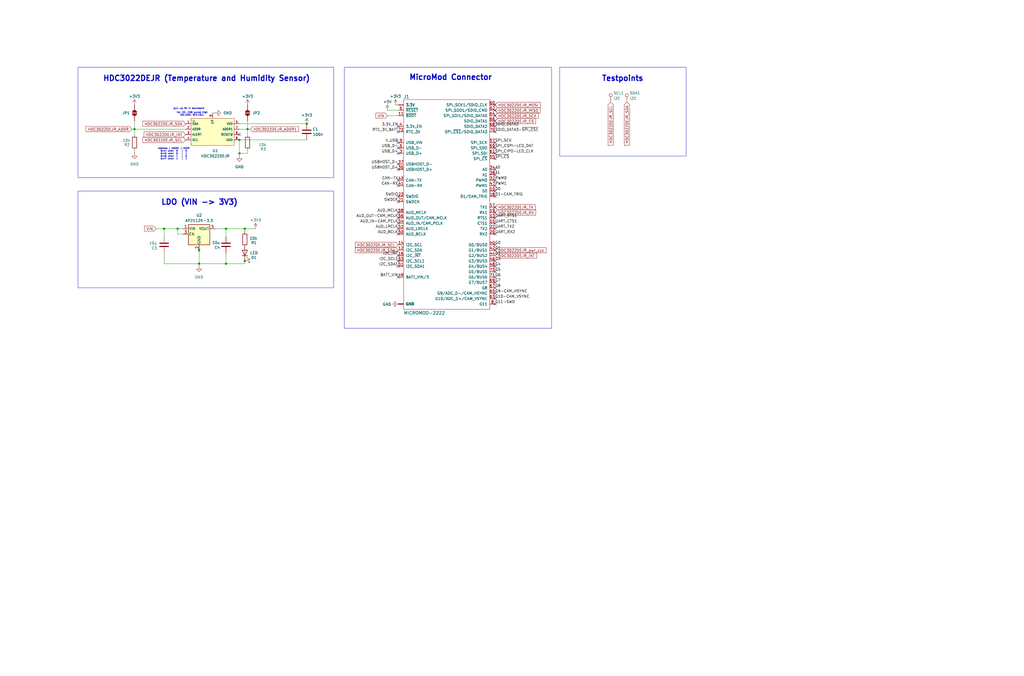
<source format=kicad_sch>
(kicad_sch (version 20250114) (generator "eeschema") (generator_version "9.0")
  (paper "User" 483.387 319.227)
  (lib_symbols
    (symbol "Connector:TestPoint" (pin_numbers (hide yes)) (pin_names (offset 0.762) (hide yes))
      (property "Reference" "TP" (at 0 6.858 0))
      (property "Value" "TestPoint" (at 0 5.08 0))
      (symbol "TestPoint_0_1"
        (circle (center 0 3.302) (radius 0.762))
      )
      (symbol "TestPoint_1_1"
        (pin passive line (at 0 0 90) (length 2.54) (name "1") (number "1"))
      )
    )
    (symbol "Device:C" (pin_numbers (hide yes)) (pin_names (offset 0.254))
      (property "Reference" "C" (at 0.635 2.54 0))
      (property "Value" "C" (at 0.635 -2.54 0))
      (symbol "C_0_1"
        (polyline (pts (xy -2.032 0.762) (xy 2.032 0.762)) (stroke (width 0.508)))
        (polyline (pts (xy -2.032 -0.762) (xy 2.032 -0.762)) (stroke (width 0.508)))
      )
      (symbol "C_1_1"
        (pin passive line (at 0 3.81 270) (length 2.794) (name "~") (number "1"))
        (pin passive line (at 0 -3.81 90) (length 2.794) (name "~") (number "2"))
      )
    )
    (symbol "Device:LED" (pin_numbers (hide yes)) (pin_names (offset 1.016) (hide yes))
      (property "Reference" "D" (at 0 2.54 0))
      (property "Value" "LED" (at 0 -2.54 0))
      (symbol "LED_0_1"
        (polyline (pts (xy -3.048 -0.762) (xy -4.572 -2.286) (xy -3.81 -2.286) (xy -4.572 -2.286) (xy -4.572 -1.524)))
        (polyline (pts (xy -1.778 -0.762) (xy -3.302 -2.286) (xy -2.54 -2.286) (xy -3.302 -2.286) (xy -3.302 -1.524)))
        (polyline (pts (xy -1.27 0) (xy 1.27 0)))
        (polyline (pts (xy -1.27 -1.27) (xy -1.27 1.27)) (stroke (width 0.254)))
        (polyline (pts (xy 1.27 -1.27) (xy 1.27 1.27) (xy -1.27 0) (xy 1.27 -1.27)) (stroke (width 0.254)))
      )
      (symbol "LED_1_1"
        (pin passive line (at -3.81 0 0) (length 2.54) (name "K") (number "1"))
        (pin passive line (at 3.81 0 180) (length 2.54) (name "A") (number "2"))
      )
    )
    (symbol "Device:R" (pin_numbers (hide yes)) (pin_names (offset 0))
      (property "Reference" "R" (at 2.032 0 90))
      (property "Value" "R" (at 0 0 90))
      (symbol "R_0_1"
        (rectangle (start -1.016 -2.54) (end 1.016 2.54) (stroke (width 0.254)))
      )
      (symbol "R_1_1"
        (pin passive line (at 0 3.81 270) (length 1.27) (name "~") (number "1"))
        (pin passive line (at 0 -3.81 90) (length 1.27) (name "~") (number "2"))
      )
    )
    (symbol "HDC3022DEJR:HDC3022DEJR"
      (property "Reference" "U1" (at 1.27 -8.89 0))
      (property "Value" "HDC3022DEJR" (at 1.27 -11.43 0))
      (symbol "HDC3022DEJR_0_1"
        (rectangle (start -10.16 6.35) (end 10.16 -6.35) (fill (type background)))
        (circle (center -8.89 5.08) (radius 0.381) (fill (type background)))
        (pin unspecified line (at -12.7 3.81 0) (length 2.54) (name "SDA") (number "1"))
        (pin unspecified line (at -12.7 1.27 0) (length 2.54) (name "ADDR") (number "2"))
        (pin unspecified line (at -12.7 -1.27 0) (length 2.54) (name "ALERT") (number "3"))
        (pin unspecified line (at -12.7 -3.81 0) (length 2.54) (name "SCL") (number "4"))
        (pin unspecified line (at 0 8.89 270) (length 2.54) (name "EP") (number "9"))
        (pin unspecified line (at 12.7 3.81 180) (length 2.54) (name "VDD") (number "5"))
        (pin unspecified line (at 12.7 1.27 180) (length 2.54) (name "ADDR1") (number "7"))
        (pin unspecified line (at 12.7 -1.27 180) (length 2.54) (name "RESET#") (number "6"))
        (pin unspecified line (at 12.7 -3.81 180) (length 2.54) (name "GND") (number "8"))
      )
    )
    (symbol "Jumper:SolderJumper_2_Open" (pin_numbers (hide yes)) (pin_names (offset 0) (hide yes)) (exclude_from_sim yes) (in_bom no)
      (property "Reference" "JP" (at 0 2.032 0))
      (property "Value" "SolderJumper_2_Open" (at 0 -2.54 0))
      (symbol "SolderJumper_2_Open_0_1"
        (polyline (pts (xy -0.254 1.016) (xy -0.254 -1.016)))
        (arc (start -0.254 -1.016) (mid -1.2656 0) (end -0.254 1.016))
        (arc (start -0.254 -1.016) (mid -1.2656 0) (end -0.254 1.016) (fill (type outline)))
        (arc (start 0.254 1.016) (mid 1.2656 0) (end 0.254 -1.016))
        (arc (start 0.254 1.016) (mid 1.2656 0) (end 0.254 -1.016) (fill (type outline)))
        (polyline (pts (xy 0.254 1.016) (xy 0.254 -1.016)))
      )
      (symbol "SolderJumper_2_Open_1_1"
        (pin passive line (at -3.81 0 0) (length 2.54) (name "A") (number "1"))
        (pin passive line (at 3.81 0 180) (length 2.54) (name "B") (number "2"))
      )
    )
    (symbol "MicroMod_Processor_Board_(2):MICROMOD-2222" (pin_names (offset 1.016))
      (property "Reference" "J" (at -20.32 53.848 0))
      (property "Value" "MICROMOD-2222" (at -20.32 -48.26 0))
      (symbol "MICROMOD-2222_1_0"
        (polyline (pts (xy -20.32 53.34) (xy 20.32 53.34)))
        (polyline (pts (xy -20.32 -45.72) (xy -20.32 53.34)))
        (polyline (pts (xy 20.32 53.34) (xy 20.32 -45.72)))
        (polyline (pts (xy 20.32 -45.72) (xy -20.32 -45.72)))
        (pin bidirectional line (at -22.86 50.8 0) (length 2.54) (name "3.3V") (number "2"))
        (pin bidirectional line (at -22.86 50.8 0) (length 2.54) (name "3.3V") (number "74"))
        (pin bidirectional line (at -22.86 48.26 0) (length 2.54) (name "~{RESET}") (number "6"))
        (pin bidirectional line (at -22.86 45.72 0) (length 2.54) (name "~{BOOT}") (number "11"))
        (pin bidirectional line (at -22.86 40.64 0) (length 2.54) (name "3.3V_EN") (number "4"))
        (pin bidirectional line (at -22.86 38.1 0) (length 2.54) (name "RTC_3V") (number "72"))
        (pin bidirectional line (at -22.86 33.02 0) (length 2.54) (name "USB_VIN") (number "9"))
        (pin bidirectional line (at -22.86 30.48 0) (length 2.54) (name "USB_D-") (number "5"))
        (pin bidirectional line (at -22.86 27.94 0) (length 2.54) (name "USB_D+") (number "3"))
        (pin bidirectional line (at -22.86 22.86 0) (length 2.54) (name "USBHOST_D-") (number "37"))
        (pin bidirectional line (at -22.86 20.32 0) (length 2.54) (name "USBHOST_D+") (number "35"))
        (pin bidirectional line (at -22.86 15.24 0) (length 2.54) (name "CAN-TX") (number "43"))
        (pin bidirectional line (at -22.86 12.7 0) (length 2.54) (name "CAN-RX") (number "41"))
        (pin bidirectional line (at -22.86 7.62 0) (length 2.54) (name "SWDIO") (number "23"))
        (pin bidirectional line (at -22.86 5.08 0) (length 2.54) (name "SWDCK") (number "21"))
        (pin bidirectional line (at -22.86 0 0) (length 2.54) (name "AUD_MCLK") (number "58"))
        (pin bidirectional line (at -22.86 -2.54 0) (length 2.54) (name "AUD_OUT/CAM_MCLK") (number "56"))
        (pin bidirectional line (at -22.86 -5.08 0) (length 2.54) (name "AUD_IN/CAM_PCLK") (number "54"))
        (pin bidirectional line (at -22.86 -7.62 0) (length 2.54) (name "AUD_LRCLK") (number "52"))
        (pin bidirectional line (at -22.86 -10.16 0) (length 2.54) (name "AUD_BCLK") (number "50"))
        (pin bidirectional line (at -22.86 -15.24 0) (length 2.54) (name "I2C_SCL") (number "14"))
        (pin bidirectional line (at -22.86 -17.78 0) (length 2.54) (name "I2C_SDA") (number "12"))
        (pin bidirectional line (at -22.86 -20.32 0) (length 2.54) (name "I2C_~{INT}") (number "16"))
        (pin bidirectional line (at -22.86 -22.86 0) (length 2.54) (name "I2C_SCL1") (number "53"))
        (pin bidirectional line (at -22.86 -25.4 0) (length 2.54) (name "I2C_SDA1") (number "51"))
        (pin bidirectional line (at -22.86 -30.48 0) (length 2.54) (name "BATT_VIN/3") (number "49"))
        (pin bidirectional line (at -22.86 -43.18 0) (length 2.54) (name "GND") (number "1"))
        (pin bidirectional line (at -22.86 -43.18 0) (length 2.54) (name "GND") (number "33"))
        (pin bidirectional line (at -22.86 -43.18 0) (length 2.54) (name "GND") (number "36"))
        (pin bidirectional line (at -22.86 -43.18 0) (length 2.54) (name "GND") (number "39"))
        (pin bidirectional line (at -22.86 -43.18 0) (length 2.54) (name "GND") (number "45"))
        (pin bidirectional line (at -22.86 -43.18 0) (length 2.54) (name "GND") (number "7"))
        (pin bidirectional line (at -22.86 -43.18 0) (length 2.54) (name "GND") (number "75"))
        (pin bidirectional line (at -22.86 -43.18 0) (length 2.54) (name "GND") (number "GND1"))
        (pin bidirectional line (at -22.86 -43.18 0) (length 2.54) (name "GND") (number "GND2"))
        (pin bidirectional line (at -22.86 -43.18 0) (length 2.54) (name "GND") (number "GND3"))
        (pin bidirectional line (at 22.86 50.8 180) (length 2.54) (name "SPI_SCK1/SDIO_CLK") (number "60"))
        (pin bidirectional line (at 22.86 48.26 180) (length 2.54) (name "SPI_SDO1/SDIO_CMD") (number "62"))
        (pin bidirectional line (at 22.86 45.72 180) (length 2.54) (name "SPI_SDI1/SDIO_DATA0") (number "64"))
        (pin bidirectional line (at 22.86 43.18 180) (length 2.54) (name "SDIO_DATA1") (number "66"))
        (pin bidirectional line (at 22.86 40.64 180) (length 2.54) (name "SDIO_DATA2") (number "68"))
        (pin bidirectional line (at 22.86 38.1 180) (length 2.54) (name "SPI_~{CS1}/SDIO_DATA3") (number "70"))
        (pin bidirectional line (at 22.86 33.02 180) (length 2.54) (name "SPI_SCK") (number "57"))
        (pin bidirectional line (at 22.86 30.48 180) (length 2.54) (name "SPI_SDO") (number "59"))
        (pin bidirectional line (at 22.86 27.94 180) (length 2.54) (name "SPI_SDI") (number "61"))
        (pin bidirectional line (at 22.86 25.4 180) (length 2.54) (name "SPI_~{CS}") (number "55"))
        (pin bidirectional line (at 22.86 20.32 180) (length 2.54) (name "A0") (number "34"))
        (pin bidirectional line (at 22.86 17.78 180) (length 2.54) (name "A1") (number "38"))
        (pin bidirectional line (at 22.86 15.24 180) (length 2.54) (name "PWM0") (number "32"))
        (pin bidirectional line (at 22.86 12.7 180) (length 2.54) (name "PWM1") (number "47"))
        (pin bidirectional line (at 22.86 10.16 180) (length 2.54) (name "D0") (number "10"))
        (pin bidirectional line (at 22.86 7.62 180) (length 2.54) (name "D1/CAM_TRIG") (number "18"))
        (pin bidirectional line (at 22.86 2.54 180) (length 2.54) (name "TX1") (number "17"))
        (pin bidirectional line (at 22.86 0 180) (length 2.54) (name "RX1") (number "19"))
        (pin bidirectional line (at 22.86 -2.54 180) (length 2.54) (name "RTS1") (number "13"))
        (pin bidirectional line (at 22.86 -5.08 180) (length 2.54) (name "CTS1") (number "15"))
        (pin bidirectional line (at 22.86 -7.62 180) (length 2.54) (name "TX2") (number "22"))
        (pin bidirectional line (at 22.86 -10.16 180) (length 2.54) (name "RX2") (number "20"))
        (pin bidirectional line (at 22.86 -15.24 180) (length 2.54) (name "G0/BUS0") (number "40"))
        (pin bidirectional line (at 22.86 -17.78 180) (length 2.54) (name "G1/BUS1") (number "42"))
        (pin bidirectional line (at 22.86 -20.32 180) (length 2.54) (name "G2/BUS2") (number "44"))
        (pin bidirectional line (at 22.86 -22.86 180) (length 2.54) (name "G3/BUS3") (number "46"))
        (pin bidirectional line (at 22.86 -25.4 180) (length 2.54) (name "G4/BUS4") (number "48"))
        (pin bidirectional line (at 22.86 -27.94 180) (length 2.54) (name "G5/BUS5") (number "73"))
        (pin bidirectional line (at 22.86 -30.48 180) (length 2.54) (name "G6/BUS6") (number "71"))
        (pin bidirectional line (at 22.86 -33.02 180) (length 2.54) (name "G7/BUS7") (number "69"))
        (pin bidirectional line (at 22.86 -35.56 180) (length 2.54) (name "G8") (number "67"))
        (pin bidirectional line (at 22.86 -38.1 180) (length 2.54) (name "G9/ADC_D-/CAM_HSYNC") (number "65"))
        (pin bidirectional line (at 22.86 -40.64 180) (length 2.54) (name "G10/ADC_D+/CAM_VSYNC") (number "63"))
        (pin bidirectional line (at 22.86 -43.18 180) (length 2.54) (name "G11") (number "8"))
      )
    )
    (symbol "Regulator_Linear:AP2112K-3.3" (pin_names (offset 0.254))
      (property "Reference" "U" (at -5.08 5.715 0))
      (property "Value" "AP2112K-3.3" (at 0 5.715 0))
      (symbol "AP2112K-3.3_0_1"
        (rectangle (start -5.08 4.445) (end 5.08 -5.08) (stroke (width 0.254)) (fill (type background)))
      )
      (symbol "AP2112K-3.3_1_1"
        (pin power_in line (at -7.62 2.54 0) (length 2.54) (name "VIN") (number "1"))
        (pin input line (at -7.62 0 0) (length 2.54) (name "EN") (number "3"))
        (pin power_in line (at 0 -7.62 90) (length 2.54) (name "GND") (number "2"))
        (pin no_connect line (at 5.08 0 180) (length 2.54) (hide yes) (name "NC") (number "4"))
        (pin power_out line (at 7.62 2.54 180) (length 2.54) (name "VOUT") (number "5"))
      )
    )
    (symbol "power:+3V3" (power) (pin_numbers (hide yes)) (pin_names (offset 0) (hide yes))
      (property "Value" "+3V3" (at 0 3.556 0))
      (symbol "+3V3_0_1"
        (polyline (pts (xy -0.762 1.27) (xy 0 2.54)))
        (polyline (pts (xy 0 2.54) (xy 0.762 1.27)))
        (polyline (pts (xy 0 0) (xy 0 2.54)))
      )
      (symbol "+3V3_1_1"
        (pin power_in line (at 0 0 90) (length 0) (name "~") (number "1"))
      )
    )
    (symbol "power:GND" (power) (pin_numbers (hide yes)) (pin_names (offset 0) (hide yes))
      (property "Value" "GND" (at 0 -3.81 0))
      (symbol "GND_0_1"
        (polyline (pts (xy 0 0) (xy 0 -1.27) (xy 1.27 -1.27) (xy 0 -2.54) (xy -1.27 -1.27) (xy 0 -1.27)))
      )
      (symbol "GND_1_1"
        (pin power_in line (at 0 0 270) (length 0) (name "~") (number "1"))
      )
    )
  )
  (rectangle (start 36.83 31.75) (end 157.48 83.82))
  (rectangle (start 162.56 31.75) (end 260.35 154.94))
  (rectangle (start 264.16 31.75) (end 323.85 73.66))
  (rectangle (start 36.83 90.17) (end 157.48 135.89))
  (text "Address | ADDR1 | ADDR\n0x44 when  0   |  0\n0x45 when  0   |  1\n0x46 when  1   |  0\n0x47 when  1   |  1\n" (at 82.042 72.644 0) (effects (font (size 0.762 0.762))))
  (text "pull-up Rs in backboard" (at 89.154 51.308 0) (effects (font (size 0.762 0.762))))
  (text "For I2C, CSB pulled high\nSDI=SDA, SCK=SCL" (at 90.678 53.848 0) (effects (font (size 0.762 0.762))))
  (text "LDO (VIN -> 3V3)" (at 75.946 97.028 0) (effects (font (size 2.54 2.54) (thickness 0.508) (bold yes)) (justify left bottom)))
  (text "MicroMod Connector" (at 193.04 38.1 0) (effects (font (size 2.54 2.54) (thickness 0.508) (bold yes)) (justify left bottom)))
  (text "HDC3022DEJR (Temperature and Humidity Sensor)" (at 48.514 38.608 0) (effects (font (size 2.54 2.54) (thickness 0.508) (bold yes)) (justify left bottom)))
  (text "Testpoints" (at 283.972 38.608 0) (effects (font (size 2.54 2.54) (thickness 0.508) (bold yes)) (justify left bottom)))
  (junction (at 144.78 58.42))
  (junction (at 63.5 60.96))
  (junction (at 106.68 107.95))
  (junction (at 83.82 107.95))
  (junction (at 113.03 66.04))
  (junction (at 77.47 107.95))
  (junction (at 93.98 124.46))
  (junction (at 115.57 123.19))
  (junction (at 116.84 60.96))
  (junction (at 113.03 72.39))
  (junction (at 93.98 118.11))
  (junction (at 106.68 124.46))
  (junction (at 115.57 107.95))
  (no_connect (at 187.96 102.87))
  (no_connect (at 187.96 80.01))
  (no_connect (at 187.96 125.73))
  (no_connect (at 233.68 135.89))
  (no_connect (at 187.96 77.47))
  (no_connect (at 233.68 138.43))
  (no_connect (at 233.68 102.87))
  (no_connect (at 233.68 59.69))
  (no_connect (at 233.68 110.49))
  (no_connect (at 187.96 100.33))
  (no_connect (at 233.68 72.39))
  (no_connect (at 233.68 97.79))
  (no_connect (at 187.96 62.23))
  (no_connect (at 187.96 120.65))
  (no_connect (at 233.68 123.19))
  (no_connect (at 187.96 59.69))
  (no_connect (at 233.68 107.95))
  (no_connect (at 233.68 69.85))
  (no_connect (at 233.68 128.27))
  (no_connect (at 233.68 140.97))
  (no_connect (at 233.68 143.51))
  (no_connect (at 187.96 95.25))
  (no_connect (at 233.68 74.93))
  (no_connect (at 233.68 118.11))
  (no_connect (at 233.68 100.33))
  (no_connect (at 233.68 85.09))
  (no_connect (at 187.96 87.63))
  (no_connect (at 233.68 105.41))
  (no_connect (at 233.68 54.61))
  (no_connect (at 187.96 105.41))
  (no_connect (at 187.96 67.31))
  (no_connect (at 233.68 80.01))
  (no_connect (at 233.68 115.57))
  (no_connect (at 233.68 67.31))
  (no_connect (at 233.68 82.55))
  (no_connect (at 187.96 69.85))
  (no_connect (at 233.68 130.81))
  (no_connect (at 233.68 57.15))
  (no_connect (at 113.03 63.5))
  (no_connect (at 233.68 125.73))
  (no_connect (at 233.68 62.23))
  (no_connect (at 233.68 92.71))
  (no_connect (at 233.68 90.17))
  (no_connect (at 187.96 72.39))
  (no_connect (at 187.96 130.81))
  (no_connect (at 233.68 49.53))
  (no_connect (at 233.68 87.63))
  (no_connect (at 187.96 92.71))
  (no_connect (at 233.68 133.35))
  (no_connect (at 187.96 107.95))
  (no_connect (at 187.96 85.09))
  (no_connect (at 187.96 110.49))
  (no_connect (at 233.68 52.07))
  (no_connect (at 187.96 123.19))
  (wire (pts (xy 106.68 119.38) (xy 106.68 124.46)))
  (wire (pts (xy 115.57 107.95) (xy 120.65 107.95)))
  (wire (pts (xy 77.47 124.46) (xy 93.98 124.46)))
  (wire (pts (xy 106.68 124.46) (xy 93.98 124.46)))
  (wire (pts (xy 86.36 110.49) (xy 83.82 110.49)))
  (wire (pts (xy 116.84 63.5) (xy 116.84 60.96)))
  (wire (pts (xy 77.47 119.38) (xy 77.47 124.46)))
  (wire (pts (xy 63.5 63.5) (xy 63.5 60.96)))
  (wire (pts (xy 113.03 66.04) (xy 113.03 72.39)))
  (wire (pts (xy 113.03 73.66) (xy 113.03 72.39)))
  (wire (pts (xy 115.57 123.19) (xy 115.57 124.46)))
  (wire (pts (xy 118.11 60.96) (xy 116.84 60.96)))
  (wire (pts (xy 63.5 60.96) (xy 87.63 60.96)))
  (wire (pts (xy 93.98 125.73) (xy 93.98 124.46)))
  (wire (pts (xy 115.57 121.92) (xy 115.57 123.19)))
  (wire (pts (xy 115.57 109.22) (xy 115.57 107.95)))
  (wire (pts (xy 113.03 58.42) (xy 144.78 58.42)))
  (wire (pts (xy 115.57 115.57) (xy 115.57 116.84)))
  (wire (pts (xy 116.84 57.15) (xy 116.84 60.96)))
  (wire (pts (xy 73.66 107.95) (xy 77.47 107.95)))
  (wire (pts (xy 83.82 110.49) (xy 83.82 107.95)))
  (wire (pts (xy 63.5 72.39) (xy 63.5 71.12)))
  (wire (pts (xy 77.47 107.95) (xy 83.82 107.95)))
  (wire (pts (xy 106.68 107.95) (xy 101.6 107.95)))
  (wire (pts (xy 83.82 107.95) (xy 86.36 107.95)))
  (wire (pts (xy 62.23 60.96) (xy 63.5 60.96)))
  (wire (pts (xy 101.6 53.34) (xy 100.33 53.34)))
  (wire (pts (xy 115.57 107.95) (xy 106.68 107.95)))
  (wire (pts (xy 113.03 72.39) (xy 116.84 72.39)))
  (wire (pts (xy 116.84 71.12) (xy 116.84 72.39)))
  (wire (pts (xy 182.88 52.07) (xy 187.96 52.07)))
  (wire (pts (xy 93.98 118.11) (xy 93.98 124.46)))
  (wire (pts (xy 93.98 116.84) (xy 93.98 118.11)))
  (wire (pts (xy 186.69 49.53) (xy 187.96 49.53)))
  (wire (pts (xy 182.88 54.61) (xy 187.96 54.61)))
  (wire (pts (xy 116.84 60.96) (xy 113.03 60.96)))
  (wire (pts (xy 63.5 57.15) (xy 63.5 60.96)))
  (wire (pts (xy 144.78 66.04) (xy 113.03 66.04)))
  (wire (pts (xy 77.47 111.76) (xy 77.47 107.95)))
  (wire (pts (xy 106.68 111.76) (xy 106.68 107.95)))
  (wire (pts (xy 115.57 124.46) (xy 106.68 124.46)))
  (label "SDIO_DATA3-~{SPI_CS1}" (at 233.68 62.23 0))
  (label "G2" (at 233.68 120.65 0))
  (label "I2C_~{INT}" (at 187.96 120.65 180))
  (label "SWDCK" (at 187.96 95.25 180))
  (label "AUD_IN-CAM_PCLK" (at 187.96 105.41 180))
  (label "BATT_VIN" (at 187.96 130.81 180))
  (label "G10-CAM_VSYNC" (at 233.68 140.97 0))
  (label "USB_D-" (at 187.96 69.85 180))
  (label "AUD_MCLK" (at 187.96 100.33 180))
  (label "G1" (at 233.68 118.11 0))
  (label "G4" (at 233.68 125.73 0))
  (label "G9-CAM_HSYNC" (at 233.68 138.43 0))
  (label "AUD_BCLK" (at 187.96 110.49 180))
  (label "I2C_SDA1" (at 187.96 125.73 180))
  (label "CAN-TX" (at 187.96 85.09 180))
  (label "UART_RX2" (at 233.68 110.49 0))
  (label "AUD_LRCLK" (at 187.96 107.95 180))
  (label "G11-SWO" (at 233.68 143.51 0))
  (label "~{SPI_CS}" (at 233.68 74.93 0))
  (label "UART_CTS1" (at 233.68 105.41 0))
  (label "V_USB" (at 187.96 67.31 180))
  (label "SDIO_DATA2" (at 233.68 59.69 0))
  (label "D1-CAM_TRIG" (at 233.68 92.71 0))
  (label "USB_D+" (at 187.96 72.39 180))
  (label "SPI_CIPO-LED_CLK" (at 233.68 72.39 0))
  (label "D0" (at 233.68 90.17 0))
  (label "CAN-RX" (at 187.96 87.63 180))
  (label "3.3V_EN" (at 187.96 59.69 180))
  (label "SWDIO" (at 187.96 92.71 180))
  (label "SPI_SCK" (at 233.68 67.31 0))
  (label "A1" (at 233.68 82.55 0))
  (label "I2C_SCL1" (at 187.96 123.19 180))
  (label "RTC_3V_BATT" (at 187.96 62.23 180))
  (label "PWM0" (at 233.68 85.09 0))
  (label "G8" (at 233.68 135.89 0))
  (label "UART_TX2" (at 233.68 107.95 0))
  (label "SPI_COPI-LED_DAT" (at 233.68 69.85 0))
  (label "G0" (at 233.68 115.57 0))
  (label "G3" (at 233.68 123.19 0))
  (label "G6" (at 233.68 130.81 0))
  (label "USBHOST_D+" (at 187.96 80.01 180))
  (label "UART_RTS1" (at 233.68 102.87 0))
  (label "G5" (at 233.68 128.27 0))
  (label "USBHOST_D-" (at 187.96 77.47 180))
  (label "AUD_OUT-CAM_MCLK" (at 187.96 102.87 180))
  (label "A0" (at 233.68 80.01 0))
  (label "G7" (at 233.68 133.35 0))
  (label "PWM1" (at 233.68 87.63 0))
  (global_label "HDC3022DEJR_SDA" (shape input) (at 295.91 48.26 270) (property "Intersheetrefs" "${INTERSHEET_REFS}" (effects (hide yes))))
  (global_label "HDC3022DEJR_ADDR" (shape input) (at 62.23 60.96 180) (property "Intersheetrefs" "${INTERSHEET_REFS}" (effects (hide yes))))
  (global_label "HDC3022DEJR_INT" (shape input) (at 233.68 120.65 0) (property "Intersheetrefs" "${INTERSHEET_REFS}" (effects (hide yes))))
  (global_label "HDC3022DEJR_SCK" (shape input) (at 233.68 54.61 0) (property "Intersheetrefs" "${INTERSHEET_REFS}" (effects (hide yes))))
  (global_label "HDC3022DEJR_INT" (shape input) (at 87.63 63.5 180) (property "Intersheetrefs" "${INTERSHEET_REFS}" (effects (hide yes))))
  (global_label "VIN" (shape input) (at 73.66 107.95 180) (property "Intersheetrefs" "${INTERSHEET_REFS}" (effects (hide yes))))
  (global_label "HDC3022DEJR_MOSI" (shape input) (at 233.68 49.53 0) (property "Intersheetrefs" "${INTERSHEET_REFS}" (effects (hide yes))))
  (global_label "HDC3022DEJR_SDA" (shape input) (at 187.96 118.11 180) (property "Intersheetrefs" "${INTERSHEET_REFS}" (effects (hide yes))))
  (global_label "HDC3022DEJR_CS" (shape input) (at 233.68 57.15 0) (property "Intersheetrefs" "${INTERSHEET_REFS}" (effects (hide yes))))
  (global_label "HDC3022DEJR_RX" (shape input) (at 233.68 100.33 0) (property "Intersheetrefs" "${INTERSHEET_REFS}" (effects (hide yes))))
  (global_label "HDC3022DEJR_SCL" (shape input) (at 187.96 115.57 180) (property "Intersheetrefs" "${INTERSHEET_REFS}" (effects (hide yes))))
  (global_label "HDC3022DEJR_MISO" (shape input) (at 233.68 52.07 0) (property "Intersheetrefs" "${INTERSHEET_REFS}" (effects (hide yes))))
  (global_label "HDC3022DEJR_SCL" (shape input) (at 87.63 66.04 180) (property "Intersheetrefs" "${INTERSHEET_REFS}" (effects (hide yes))))
  (global_label "HDC3022DEJR_SDA" (shape input) (at 87.63 58.42 180) (property "Intersheetrefs" "${INTERSHEET_REFS}" (effects (hide yes))))
  (global_label "HDC3022DEJR_SCL" (shape input) (at 288.29 48.26 270) (property "Intersheetrefs" "${INTERSHEET_REFS}" (effects (hide yes))))
  (global_label "HDC3022DEJR_TX" (shape input) (at 233.68 97.79 0) (property "Intersheetrefs" "${INTERSHEET_REFS}" (effects (hide yes))))
  (global_label "HDC3022DEJR_ADDR1" (shape input) (at 118.11 60.96 0) (property "Intersheetrefs" "${INTERSHEET_REFS}" (effects (hide yes))))
  (global_label "VIN" (shape input) (at 182.88 54.61 180) (property "Intersheetrefs" "${INTERSHEET_REFS}" (effects (hide yes))))
  (global_label "HDC3022DEJR_pwr_cyc" (shape input) (at 233.68 118.11 0) (property "Intersheetrefs" "${INTERSHEET_REFS}" (effects (hide yes))))
  (symbol (lib_id "MicroMod_Processor_Board_(2):MICROMOD-2222") (at 210.82 100.33 0) (unit 1)
    (property "Reference" "J1" (at 190.5 46.482 0) (effects (font (size 1.4986 1.4986)) (justify left bottom)))
    (property "Value" "MICROMOD-2222" (at 190.5 148.59 0) (effects (font (size 1.4986 1.4986)) (justify left bottom)))
    (property "Footprint" "SparkFun_MicroMod_ESP32:M.2-CARD-E-22" (effects (hide yes)))
  )
  (symbol (lib_id "power:GND") (at 187.96 143.51 270) (unit 1)
    (property "Reference" "#PWR0101" (effects (hide yes)))
    (property "Value" "GND" (at 184.7088 143.637 90) (effects (justify right)))
  )
  (symbol (lib_id "Device:C") (at 106.68 115.57 0) (unit 1)
    (property "Reference" "C4" (at 103.886 116.84 0) (effects (justify right)))
    (property "Value" "10u" (at 103.886 114.554 0) (effects (justify right)))
    (property "Footprint" "Capacitor_SMD:C_1206_3216Metric" (effects (hide yes)))
    (property "Description" "Unpolarized capacitor" (effects (hide yes)))
  )
  (symbol (lib_id "Device:R") (at 115.57 113.03 0) (unit 1)
    (property "Reference" "R1" (at 119.888 114.554 0))
    (property "Value" "10k" (at 119.634 112.522 0))
    (property "Footprint" "Resistor_SMD:R_0603_1608Metric" (effects (hide yes)))
    (property "Description" "Resistor" (effects (hide yes)))
  )
  (symbol (lib_id "power:+3V3") (at 63.5 49.53 0) (mirror y) (unit 1)
    (property "Reference" "#PWR052" (effects (hide yes)))
    (property "Value" "+3V3" (at 63.5 45.466 0))
    (property "Description" "Power symbol creates a global label with name \"+3V3\"" (effects (hide yes)))
  )
  (symbol (lib_id "power:+3V3") (at 120.65 107.95 0) (mirror y) (unit 1)
    (property "Reference" "#PWR047" (effects (hide yes)))
    (property "Value" "+3V3" (at 120.65 103.886 0))
    (property "Description" "Power symbol creates a global label with name \"+3V3\"" (effects (hide yes)))
  )
  (symbol (lib_id "power:+3V3") (at 116.84 49.53 0) (mirror y) (unit 1)
    (property "Reference" "#PWR053" (effects (hide yes)))
    (property "Value" "+3V3" (at 116.84 45.466 0))
    (property "Description" "Power symbol creates a global label with name \"+3V3\"" (effects (hide yes)))
  )
  (symbol (lib_id "Device:R") (at 116.84 67.31 0) (unit 1)
    (property "Reference" "R3" (at 124.206 70.358 0))
    (property "Value" "10k" (at 123.952 68.326 0))
    (property "Footprint" "Resistor_SMD:R_0402_1005Metric" (effects (hide yes)))
    (property "Description" "Resistor" (effects (hide yes)))
  )
  (symbol (lib_id "power:GND") (at 63.5 72.39 0) (unit 1)
    (property "Reference" "#PWR05" (effects (hide yes)))
    (property "Value" "GND" (at 63.5 77.47 0))
    (property "Description" "Power symbol creates a global label with name \"GND\" , ground" (effects (hide yes)))
  )
  (symbol (lib_id "Connector:TestPoint") (at 288.29 48.26 0) (unit 1)
    (property "Reference" "SCL1" (at 289.56 43.942 0) (effects (justify left)))
    (property "Value" "I2C" (at 289.56 46.482 0) (effects (justify left)))
    (property "Footprint" "TestPoint:TestPoint_Pad_D1.0mm" (effects (hide yes)))
    (property "Description" "test point" (effects (hide yes)))
  )
  (symbol (lib_id "power:GND") (at 93.98 125.73 0) (unit 1)
    (property "Reference" "#PWR04" (effects (hide yes)))
    (property "Value" "GND" (at 93.98 130.81 0))
    (property "Description" "Power symbol creates a global label with name \"GND\" , ground" (effects (hide yes)))
  )
  (symbol (lib_id "power:+3V3") (at 182.88 52.07 0) (mirror y) (unit 1)
    (property "Reference" "#PWR061" (effects (hide yes)))
    (property "Value" "+5V" (at 182.88 48.006 0))
    (property "Description" "Power symbol creates a global label with name \"+3V3\"" (effects (hide yes)))
  )
  (symbol (lib_id "power:GND") (at 113.03 73.66 0) (unit 1)
    (property "Reference" "#PWR08" (effects (hide yes)))
    (property "Value" "GND" (at 113.03 78.74 0))
    (property "Description" "Power symbol creates a global label with name \"GND\" , ground" (effects (hide yes)))
  )
  (symbol (lib_id "power:GND") (at 101.6 53.34 90) (unit 1)
    (property "Reference" "#PWR02" (effects (hide yes)))
    (property "Value" "GND" (at 105.41 53.3399 90) (effects (justify right)))
    (property "Description" "Power symbol creates a global label with name \"GND\" , ground" (effects (hide yes)))
  )
  (symbol (lib_id "power:+3V3") (at 144.78 58.42 0) (mirror y) (unit 1)
    (property "Reference" "#PWR050" (effects (hide yes)))
    (property "Value" "+3V3" (at 144.78 54.356 0))
    (property "Description" "Power symbol creates a global label with name \"+3V3\"" (effects (hide yes)))
  )
  (symbol (lib_id "Device:C") (at 144.78 62.23 0) (unit 1)
    (property "Reference" "C1" (at 147.574 60.96 0) (effects (justify left)))
    (property "Value" "100n" (at 147.574 63.5 0) (effects (justify left)))
    (property "Footprint" "Capacitor_SMD:C_0402_1005Metric" (effects (hide yes)))
    (property "Description" "Unpolarized capacitor" (effects (hide yes)))
  )
  (symbol (lib_id "Connector:TestPoint") (at 295.91 48.26 0) (unit 1)
    (property "Reference" "SDA1" (at 297.18 43.942 0) (effects (justify left)))
    (property "Value" "I2C" (at 297.18 46.482 0) (effects (justify left)))
    (property "Footprint" "TestPoint:TestPoint_Pad_D1.0mm" (effects (hide yes)))
    (property "Description" "test point" (effects (hide yes)))
  )
  (symbol (lib_id "Regulator_Linear:AP2112K-3.3") (at 93.98 110.49 0) (unit 1)
    (property "Reference" "U2" (at 93.98 101.6 0))
    (property "Value" "AP2112K-3.3" (at 93.98 104.14 0))
    (property "Footprint" "Package_TO_SOT_SMD:SOT-23-5" (effects (hide yes)))
    (property "Datasheet" "https://www.diodes.com/assets/Datasheets/AP2112.pdf" (effects (hide yes)))
    (property "Description" "600mA low dropout linear regulator, with enable pin, 3.8V-6V input voltage range, 3.3V fixed positive output, SOT-23-5" (effects (hide yes)))
  )
  (symbol (lib_id "Jumper:SolderJumper_2_Open") (at 116.84 53.34 90) (unit 1) (exclude_from_sim yes) (in_bom no)
    (property "Reference" "JP2" (at 119.126 53.34 90) (effects (justify right)))
    (property "Value" "SolderJumper_2_Open" (effects (hide yes)))
    (property "Footprint" "Jumper:SolderJumper-2_P1.3mm_Open_Pad1.0x1.5mm" (effects (hide yes)))
    (property "Description" "Solder Jumper, 2-pole, open" (effects (hide yes)))
  )
  (symbol (lib_id "Device:LED") (at 115.57 119.38 90) (unit 1)
    (property "Reference" "D1" (at 119.888 121.6025 90))
    (property "Value" "LED" (at 119.888 119.38 90))
    (property "Footprint" "LED_SMD:LED_0603_1608Metric" (effects (hide yes)))
    (property "Description" "Light emitting diode" (effects (hide yes)))
    (property "Sim.Pins" "1=K 2=A" (effects (hide yes)))
  )
  (symbol (lib_id "Device:C") (at 77.47 115.57 0) (unit 1)
    (property "Reference" "C3" (at 74.168 117.094 0) (effects (justify right)))
    (property "Value" "10u" (at 74.168 114.808 0) (effects (justify right)))
    (property "Footprint" "Capacitor_SMD:C_1206_3216Metric" (effects (hide yes)))
    (property "Description" "Unpolarized capacitor" (effects (hide yes)))
  )
  (symbol (lib_id "HDC3022DEJR:HDC3022DEJR") (at 100.33 62.23 0) (unit 1)
    (property "Reference" "U1" (at 101.6 71.12 0))
    (property "Value" "HDC3022DEJR" (at 101.6 73.66 0))
    (property "Footprint" "HDC3022DEJR:TDFN-8_L2.5-W2.5-P0.50-BL-EP" (effects (hide yes)))
    (property "Datasheet" "https://cn.bing.com/search?q=datasheet： KMT32B-TDFN" (effects (hide yes)))
    (property "LCSC" "C17434731" (effects (hide yes)))
  )
  (symbol (lib_id "Jumper:SolderJumper_2_Open") (at 63.5 53.34 90) (unit 1) (exclude_from_sim yes) (in_bom no)
    (property "Reference" "JP1" (at 57.658 53.34 90) (effects (justify right)))
    (property "Value" "SolderJumper_2_Open" (effects (hide yes)))
    (property "Footprint" "Jumper:SolderJumper-2_P1.3mm_Open_Pad1.0x1.5mm" (effects (hide yes)))
    (property "Description" "Solder Jumper, 2-pole, open" (effects (hide yes)))
  )
  (symbol (lib_id "Device:R") (at 63.5 67.31 0) (unit 1)
    (property "Reference" "R2" (at 59.944 68.326 0))
    (property "Value" "10k" (at 59.69 66.294 0))
    (property "Footprint" "Resistor_SMD:R_0402_1005Metric" (effects (hide yes)))
    (property "Description" "Resistor" (effects (hide yes)))
  )
  (symbol (lib_id "power:+3V3") (at 186.69 49.53 0) (mirror y) (unit 1)
    (property "Reference" "#PWR046" (effects (hide yes)))
    (property "Value" "+3V3" (at 186.69 45.466 0))
    (property "Description" "Power symbol creates a global label with name \"+3V3\"" (effects (hide yes)))
  )
)
</source>
